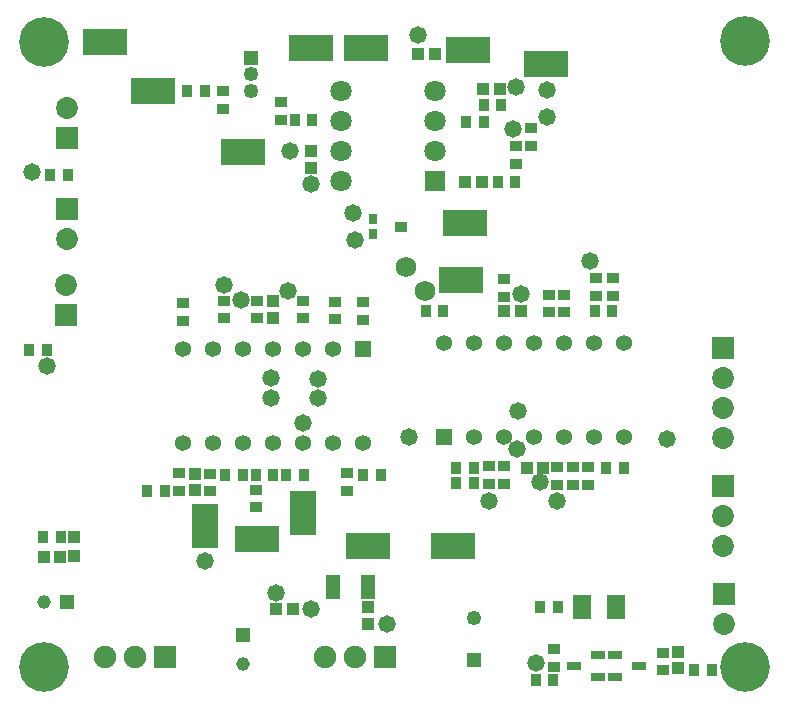
<source format=gts>
G04*
G04 #@! TF.GenerationSoftware,Altium Limited,Altium Designer,20.1.14 (287)*
G04*
G04 Layer_Color=8388736*
%FSLAX43Y43*%
%MOMM*%
G71*
G04*
G04 #@! TF.SameCoordinates,E881D564-7E94-4D67-93EA-8D466AB4E10B*
G04*
G04*
G04 #@! TF.FilePolarity,Negative*
G04*
G01*
G75*
%ADD17R,1.003X1.003*%
%ADD18R,1.503X2.003*%
%ADD19R,1.203X2.003*%
%ADD20R,1.103X0.903*%
%ADD21R,0.803X0.903*%
%ADD22R,1.203X0.803*%
%ADD23R,1.103X1.003*%
%ADD24R,3.703X2.203*%
%ADD25R,0.903X1.103*%
%ADD26R,1.003X1.103*%
%ADD27R,2.203X3.703*%
%ADD28C,1.250*%
%ADD29R,1.250X1.250*%
%ADD30C,1.150*%
%ADD31R,1.150X1.150*%
%ADD32R,1.854X1.854*%
%ADD33C,1.854*%
%ADD34R,1.803X1.803*%
%ADD35C,1.803*%
%ADD36R,1.150X1.150*%
%ADD37C,1.362*%
%ADD38R,1.362X1.362*%
%ADD39C,1.903*%
%ADD40R,1.903X1.903*%
%ADD41C,1.253*%
%ADD42R,1.253X1.253*%
%ADD43C,4.203*%
%ADD44C,1.727*%
%ADD45C,1.473*%
D17*
X4900Y13300D02*
D03*
Y11700D02*
D03*
D18*
X47900Y7400D02*
D03*
X50800D02*
D03*
D19*
X29800Y9100D02*
D03*
X26800D02*
D03*
D20*
X32600Y39600D02*
D03*
X17600Y31850D02*
D03*
Y33350D02*
D03*
X29300Y33200D02*
D03*
Y31700D02*
D03*
X14100Y33150D02*
D03*
Y31650D02*
D03*
X27000Y31750D02*
D03*
Y33250D02*
D03*
X28000Y18750D02*
D03*
Y17250D02*
D03*
X24300Y33350D02*
D03*
Y31850D02*
D03*
X17500Y49550D02*
D03*
Y51050D02*
D03*
X20400Y33350D02*
D03*
Y31850D02*
D03*
X22400Y48650D02*
D03*
Y50150D02*
D03*
X20300Y15850D02*
D03*
Y17350D02*
D03*
X16400Y17200D02*
D03*
Y18700D02*
D03*
X13800Y18750D02*
D03*
Y17250D02*
D03*
X45800Y17750D02*
D03*
Y19250D02*
D03*
X42300Y46450D02*
D03*
Y44950D02*
D03*
X45500Y2350D02*
D03*
Y3850D02*
D03*
X40000Y19350D02*
D03*
Y17850D02*
D03*
X43600Y46450D02*
D03*
Y47950D02*
D03*
X54700Y3550D02*
D03*
Y2050D02*
D03*
X46400Y32350D02*
D03*
Y33850D02*
D03*
X48400Y17750D02*
D03*
Y19250D02*
D03*
X47100Y19250D02*
D03*
Y17750D02*
D03*
X50500Y35250D02*
D03*
Y33750D02*
D03*
X41300Y19350D02*
D03*
Y17850D02*
D03*
X41300Y35150D02*
D03*
Y33650D02*
D03*
X49100Y33750D02*
D03*
Y35250D02*
D03*
X45100Y32350D02*
D03*
Y33850D02*
D03*
D21*
X30200Y38950D02*
D03*
Y40250D02*
D03*
D22*
X49200Y3350D02*
D03*
Y1450D02*
D03*
X47200Y2400D02*
D03*
X52700Y2400D02*
D03*
X50700Y3350D02*
D03*
Y1450D02*
D03*
D23*
X21700Y33300D02*
D03*
Y31900D02*
D03*
X24900Y44600D02*
D03*
Y46000D02*
D03*
X15100Y18700D02*
D03*
Y17300D02*
D03*
X56000Y2200D02*
D03*
Y3600D02*
D03*
X29800Y7400D02*
D03*
Y6000D02*
D03*
D24*
X7500Y55200D02*
D03*
X24900Y54700D02*
D03*
X44850Y53350D02*
D03*
X29800Y12600D02*
D03*
X11600Y51100D02*
D03*
X38000Y39900D02*
D03*
X37600Y35100D02*
D03*
X38200Y54600D02*
D03*
X29600Y54700D02*
D03*
X19200Y45900D02*
D03*
X20400Y13200D02*
D03*
X37000Y12600D02*
D03*
D25*
X1050Y29200D02*
D03*
X2550D02*
D03*
X14450Y51100D02*
D03*
X15950D02*
D03*
X4350Y44000D02*
D03*
X2850D02*
D03*
X25050Y48600D02*
D03*
X23550D02*
D03*
X36150Y32500D02*
D03*
X34650D02*
D03*
X20250Y18600D02*
D03*
X21750D02*
D03*
X17650D02*
D03*
X19150D02*
D03*
X24350Y18600D02*
D03*
X22850D02*
D03*
X30850Y18600D02*
D03*
X29350D02*
D03*
X39550Y48500D02*
D03*
X38050D02*
D03*
X38750Y17900D02*
D03*
X37250D02*
D03*
X41050Y49900D02*
D03*
X39550D02*
D03*
X42250Y43400D02*
D03*
X40750D02*
D03*
X12550Y17200D02*
D03*
X11050D02*
D03*
X45450Y1200D02*
D03*
X43950D02*
D03*
X44350Y7400D02*
D03*
X45850D02*
D03*
X57350Y2100D02*
D03*
X58850D02*
D03*
X38750Y19200D02*
D03*
X37250D02*
D03*
X49950Y19200D02*
D03*
X51450D02*
D03*
X3750Y13300D02*
D03*
X2250D02*
D03*
X50450Y32500D02*
D03*
X48950D02*
D03*
D26*
X34000Y54200D02*
D03*
X35400D02*
D03*
X39400Y43400D02*
D03*
X38000D02*
D03*
X39500Y51300D02*
D03*
X40900D02*
D03*
X43200Y19200D02*
D03*
X44600D02*
D03*
X42700Y32500D02*
D03*
X41300D02*
D03*
X22000Y7200D02*
D03*
X23400D02*
D03*
X2300Y11600D02*
D03*
X3700D02*
D03*
D27*
X24300Y15400D02*
D03*
X16000Y14300D02*
D03*
D28*
X38700Y6450D02*
D03*
D29*
Y2950D02*
D03*
D30*
X19200Y2550D02*
D03*
X2300Y7800D02*
D03*
D31*
X19200Y5050D02*
D03*
D32*
X59800Y17640D02*
D03*
Y29320D02*
D03*
X59900Y8540D02*
D03*
X4200Y32100D02*
D03*
X4300Y47100D02*
D03*
Y41140D02*
D03*
D33*
X59800Y15100D02*
D03*
Y12560D02*
D03*
Y21700D02*
D03*
Y24240D02*
D03*
Y26780D02*
D03*
X59900Y6000D02*
D03*
X4200Y34640D02*
D03*
X4300Y49640D02*
D03*
Y38600D02*
D03*
D34*
X35400Y43460D02*
D03*
D35*
Y46000D02*
D03*
Y48540D02*
D03*
Y51080D02*
D03*
X27460D02*
D03*
Y48540D02*
D03*
Y46000D02*
D03*
Y43460D02*
D03*
D36*
X4300Y7800D02*
D03*
D37*
X29340Y21300D02*
D03*
X26800D02*
D03*
X24260D02*
D03*
X21720D02*
D03*
X19180D02*
D03*
X16640D02*
D03*
X14100D02*
D03*
Y29238D02*
D03*
X16640D02*
D03*
X19180D02*
D03*
X21720D02*
D03*
X24260D02*
D03*
X26800D02*
D03*
X36180Y29769D02*
D03*
X38720D02*
D03*
X41260D02*
D03*
X43800D02*
D03*
X46340D02*
D03*
X48880D02*
D03*
X51420D02*
D03*
Y21831D02*
D03*
X48880D02*
D03*
X46340D02*
D03*
X43800D02*
D03*
X41260D02*
D03*
X38720D02*
D03*
D38*
X29340Y29238D02*
D03*
X36180Y21831D02*
D03*
D39*
X26160Y3200D02*
D03*
X28700D02*
D03*
X10060D02*
D03*
X7520D02*
D03*
D40*
X31240D02*
D03*
X12600D02*
D03*
D41*
X19900Y51100D02*
D03*
Y52497D02*
D03*
D42*
Y53894D02*
D03*
D43*
X2350Y55250D02*
D03*
X61700Y2300D02*
D03*
X2300D02*
D03*
X61700Y55300D02*
D03*
D44*
X34600Y34200D02*
D03*
X33000Y36200D02*
D03*
D45*
X24900Y7200D02*
D03*
X21590Y26800D02*
D03*
Y25100D02*
D03*
X31400Y6000D02*
D03*
X44000Y2650D02*
D03*
X44900Y51200D02*
D03*
X44900Y48900D02*
D03*
X42300Y51400D02*
D03*
X16000Y11300D02*
D03*
X17600Y34700D02*
D03*
X34000Y55800D02*
D03*
X24300Y23000D02*
D03*
X23000Y34200D02*
D03*
X25500Y25100D02*
D03*
Y26700D02*
D03*
X19000Y33400D02*
D03*
X2600Y27800D02*
D03*
X22000Y8600D02*
D03*
X24900Y43200D02*
D03*
X1300Y44200D02*
D03*
X28700Y38500D02*
D03*
X28500Y40800D02*
D03*
X23200Y46000D02*
D03*
X48600Y36700D02*
D03*
X42000Y47900D02*
D03*
X33200Y21800D02*
D03*
X42700Y33900D02*
D03*
X44300Y18000D02*
D03*
X45800Y16400D02*
D03*
X40000D02*
D03*
X55100Y21600D02*
D03*
X42400Y20800D02*
D03*
X42500Y24000D02*
D03*
M02*

</source>
